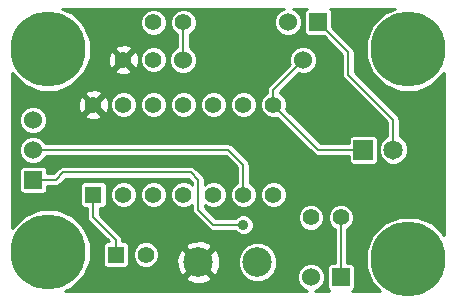
<source format=gtl>
G04 (created by PCBNEW-RS274X (2011-05-25)-stable) date Thu 09 Aug 2012 06:56:50 PM EDT*
G01*
G70*
G90*
%MOIN*%
G04 Gerber Fmt 3.4, Leading zero omitted, Abs format*
%FSLAX34Y34*%
G04 APERTURE LIST*
%ADD10C,0.006000*%
%ADD11C,0.060000*%
%ADD12R,0.060000X0.060000*%
%ADD13R,0.055000X0.055000*%
%ADD14C,0.055000*%
%ADD15C,0.250000*%
%ADD16C,0.098400*%
%ADD17R,0.065000X0.065000*%
%ADD18C,0.065000*%
%ADD19C,0.035000*%
%ADD20C,0.008000*%
%ADD21C,0.010000*%
G04 APERTURE END LIST*
G54D10*
G54D11*
X51000Y-25000D03*
X47000Y-25000D03*
G54D12*
X52250Y-32250D03*
G54D11*
X51250Y-32250D03*
G54D12*
X51500Y-23750D03*
G54D11*
X50500Y-23750D03*
G54D13*
X44000Y-29500D03*
G54D14*
X45000Y-29500D03*
X46000Y-29500D03*
X47000Y-29500D03*
X48000Y-29500D03*
X49000Y-29500D03*
X50000Y-29500D03*
X50000Y-26500D03*
X49000Y-26500D03*
X48000Y-26500D03*
X47000Y-26500D03*
X46000Y-26500D03*
X45000Y-26500D03*
X44000Y-26500D03*
X51250Y-30250D03*
X52250Y-30250D03*
X47000Y-23750D03*
X46000Y-23750D03*
X45000Y-25000D03*
X46000Y-25000D03*
G54D13*
X44750Y-31500D03*
G54D14*
X45750Y-31500D03*
G54D12*
X42000Y-29000D03*
G54D11*
X42000Y-28000D03*
X42000Y-27000D03*
G54D15*
X42500Y-24650D03*
X54500Y-24650D03*
X42500Y-31400D03*
X54500Y-31650D03*
G54D16*
X47500Y-31750D03*
X49469Y-31750D03*
G54D17*
X53000Y-28000D03*
G54D18*
X54000Y-28000D03*
G54D19*
X49000Y-30500D03*
G54D20*
X42000Y-28000D02*
X48500Y-28000D01*
X49000Y-28500D02*
X49000Y-29500D01*
X48500Y-28000D02*
X49000Y-28500D01*
X44000Y-29500D02*
X44000Y-30250D01*
X44750Y-31000D02*
X44750Y-31500D01*
X44000Y-30250D02*
X44750Y-31000D01*
X52250Y-32250D02*
X52250Y-30250D01*
X52250Y-31000D02*
X52250Y-32250D01*
X54000Y-28000D02*
X54000Y-27000D01*
X52500Y-24750D02*
X51500Y-23750D01*
X52500Y-25500D02*
X52500Y-24750D01*
X54000Y-27000D02*
X52500Y-25500D01*
X53000Y-28000D02*
X51500Y-28000D01*
X51500Y-28000D02*
X50000Y-26500D01*
X50000Y-26500D02*
X50000Y-26000D01*
X50000Y-26000D02*
X51000Y-25000D01*
X52500Y-28000D02*
X51500Y-28000D01*
X51500Y-28000D02*
X50000Y-26500D01*
X47000Y-23750D02*
X47000Y-25000D01*
X42000Y-29000D02*
X42750Y-29000D01*
X48000Y-30500D02*
X49000Y-30500D01*
X47500Y-30000D02*
X48000Y-30500D01*
X47500Y-29000D02*
X47500Y-30000D01*
X47250Y-28750D02*
X47500Y-29000D01*
X43000Y-28750D02*
X47250Y-28750D01*
X42750Y-29000D02*
X43000Y-28750D01*
G54D10*
G36*
X55700Y-30843D02*
X55305Y-30448D01*
X54783Y-30231D01*
X54219Y-30231D01*
X53697Y-30447D01*
X53495Y-30648D01*
X53495Y-28359D01*
X53495Y-28291D01*
X53495Y-27641D01*
X53469Y-27579D01*
X53421Y-27531D01*
X53359Y-27505D01*
X53291Y-27505D01*
X52641Y-27505D01*
X52579Y-27531D01*
X52531Y-27579D01*
X52505Y-27641D01*
X52505Y-27709D01*
X52505Y-27790D01*
X52500Y-27790D01*
X51586Y-27790D01*
X50426Y-26630D01*
X50444Y-26589D01*
X50444Y-26412D01*
X50377Y-26249D01*
X50252Y-26124D01*
X50210Y-26106D01*
X50210Y-26086D01*
X50850Y-25446D01*
X50906Y-25470D01*
X51093Y-25470D01*
X51266Y-25399D01*
X51398Y-25267D01*
X51470Y-25094D01*
X51470Y-24907D01*
X51399Y-24734D01*
X51267Y-24602D01*
X51094Y-24530D01*
X50907Y-24530D01*
X50734Y-24601D01*
X50602Y-24733D01*
X50530Y-24906D01*
X50530Y-25093D01*
X50553Y-25149D01*
X49852Y-25852D01*
X49806Y-25919D01*
X49803Y-25932D01*
X49790Y-26000D01*
X49790Y-26106D01*
X49749Y-26123D01*
X49624Y-26248D01*
X49556Y-26411D01*
X49556Y-26588D01*
X49623Y-26751D01*
X49748Y-26876D01*
X49911Y-26944D01*
X50088Y-26944D01*
X50130Y-26926D01*
X51351Y-28148D01*
X51352Y-28148D01*
X51419Y-28194D01*
X51420Y-28194D01*
X51432Y-28196D01*
X51500Y-28210D01*
X52500Y-28210D01*
X52505Y-28210D01*
X52505Y-28359D01*
X52531Y-28421D01*
X52579Y-28469D01*
X52641Y-28495D01*
X52709Y-28495D01*
X53359Y-28495D01*
X53421Y-28469D01*
X53469Y-28421D01*
X53495Y-28359D01*
X53495Y-30648D01*
X53298Y-30845D01*
X53081Y-31367D01*
X53081Y-31931D01*
X53297Y-32453D01*
X53543Y-32700D01*
X52631Y-32700D01*
X52646Y-32694D01*
X52694Y-32646D01*
X52720Y-32584D01*
X52720Y-32516D01*
X52720Y-31916D01*
X52694Y-31854D01*
X52646Y-31806D01*
X52584Y-31780D01*
X52516Y-31780D01*
X52460Y-31780D01*
X52460Y-31000D01*
X52460Y-30643D01*
X52501Y-30627D01*
X52626Y-30502D01*
X52694Y-30339D01*
X52694Y-30162D01*
X52627Y-29999D01*
X52502Y-29874D01*
X52339Y-29806D01*
X52162Y-29806D01*
X51999Y-29873D01*
X51874Y-29998D01*
X51806Y-30161D01*
X51806Y-30338D01*
X51873Y-30501D01*
X51998Y-30626D01*
X52040Y-30643D01*
X52040Y-31000D01*
X52040Y-31780D01*
X51916Y-31780D01*
X51854Y-31806D01*
X51806Y-31854D01*
X51780Y-31916D01*
X51780Y-31984D01*
X51780Y-32584D01*
X51806Y-32646D01*
X51854Y-32694D01*
X51868Y-32700D01*
X51391Y-32700D01*
X51516Y-32649D01*
X51648Y-32517D01*
X51720Y-32344D01*
X51720Y-32157D01*
X51694Y-32093D01*
X51694Y-30339D01*
X51694Y-30162D01*
X51627Y-29999D01*
X51502Y-29874D01*
X51339Y-29806D01*
X51162Y-29806D01*
X50999Y-29873D01*
X50874Y-29998D01*
X50806Y-30161D01*
X50806Y-30338D01*
X50873Y-30501D01*
X50998Y-30626D01*
X51161Y-30694D01*
X51338Y-30694D01*
X51501Y-30627D01*
X51626Y-30502D01*
X51694Y-30339D01*
X51694Y-32093D01*
X51649Y-31984D01*
X51517Y-31852D01*
X51344Y-31780D01*
X51157Y-31780D01*
X50984Y-31851D01*
X50852Y-31983D01*
X50780Y-32156D01*
X50780Y-32343D01*
X50851Y-32516D01*
X50983Y-32648D01*
X51107Y-32700D01*
X50444Y-32700D01*
X50444Y-29589D01*
X50444Y-29412D01*
X50377Y-29249D01*
X50252Y-29124D01*
X50089Y-29056D01*
X49912Y-29056D01*
X49749Y-29123D01*
X49624Y-29248D01*
X49556Y-29411D01*
X49556Y-29588D01*
X49623Y-29751D01*
X49748Y-29876D01*
X49911Y-29944D01*
X50088Y-29944D01*
X50251Y-29877D01*
X50376Y-29752D01*
X50444Y-29589D01*
X50444Y-32700D01*
X50130Y-32700D01*
X50130Y-31882D01*
X50130Y-31619D01*
X50030Y-31376D01*
X49844Y-31190D01*
X49601Y-31089D01*
X49444Y-31089D01*
X49444Y-29589D01*
X49444Y-29412D01*
X49444Y-26589D01*
X49444Y-26412D01*
X49377Y-26249D01*
X49252Y-26124D01*
X49089Y-26056D01*
X48912Y-26056D01*
X48749Y-26123D01*
X48624Y-26248D01*
X48556Y-26411D01*
X48556Y-26588D01*
X48623Y-26751D01*
X48748Y-26876D01*
X48911Y-26944D01*
X49088Y-26944D01*
X49251Y-26877D01*
X49376Y-26752D01*
X49444Y-26589D01*
X49444Y-29412D01*
X49377Y-29249D01*
X49252Y-29124D01*
X49210Y-29106D01*
X49210Y-28500D01*
X49196Y-28432D01*
X49194Y-28420D01*
X49194Y-28419D01*
X49148Y-28352D01*
X49148Y-28351D01*
X48648Y-27852D01*
X48581Y-27806D01*
X48567Y-27803D01*
X48500Y-27790D01*
X48444Y-27790D01*
X48444Y-26589D01*
X48444Y-26412D01*
X48377Y-26249D01*
X48252Y-26124D01*
X48089Y-26056D01*
X47912Y-26056D01*
X47749Y-26123D01*
X47624Y-26248D01*
X47556Y-26411D01*
X47556Y-26588D01*
X47623Y-26751D01*
X47748Y-26876D01*
X47911Y-26944D01*
X48088Y-26944D01*
X48251Y-26877D01*
X48376Y-26752D01*
X48444Y-26589D01*
X48444Y-27790D01*
X47470Y-27790D01*
X47470Y-25094D01*
X47470Y-24907D01*
X47399Y-24734D01*
X47267Y-24602D01*
X47210Y-24578D01*
X47210Y-24143D01*
X47251Y-24127D01*
X47376Y-24002D01*
X47444Y-23839D01*
X47444Y-23662D01*
X47377Y-23499D01*
X47252Y-23374D01*
X47089Y-23306D01*
X46912Y-23306D01*
X46749Y-23373D01*
X46624Y-23498D01*
X46556Y-23661D01*
X46556Y-23838D01*
X46623Y-24001D01*
X46748Y-24126D01*
X46790Y-24143D01*
X46790Y-24578D01*
X46734Y-24601D01*
X46602Y-24733D01*
X46530Y-24906D01*
X46530Y-25093D01*
X46601Y-25266D01*
X46733Y-25398D01*
X46906Y-25470D01*
X47093Y-25470D01*
X47266Y-25399D01*
X47398Y-25267D01*
X47470Y-25094D01*
X47470Y-27790D01*
X47444Y-27790D01*
X47444Y-26589D01*
X47444Y-26412D01*
X47377Y-26249D01*
X47252Y-26124D01*
X47089Y-26056D01*
X46912Y-26056D01*
X46749Y-26123D01*
X46624Y-26248D01*
X46556Y-26411D01*
X46556Y-26588D01*
X46623Y-26751D01*
X46748Y-26876D01*
X46911Y-26944D01*
X47088Y-26944D01*
X47251Y-26877D01*
X47376Y-26752D01*
X47444Y-26589D01*
X47444Y-27790D01*
X46444Y-27790D01*
X46444Y-26589D01*
X46444Y-26412D01*
X46444Y-25089D01*
X46444Y-24912D01*
X46444Y-23839D01*
X46444Y-23662D01*
X46377Y-23499D01*
X46252Y-23374D01*
X46089Y-23306D01*
X45912Y-23306D01*
X45749Y-23373D01*
X45624Y-23498D01*
X45556Y-23661D01*
X45556Y-23838D01*
X45623Y-24001D01*
X45748Y-24126D01*
X45911Y-24194D01*
X46088Y-24194D01*
X46251Y-24127D01*
X46376Y-24002D01*
X46444Y-23839D01*
X46444Y-24912D01*
X46377Y-24749D01*
X46252Y-24624D01*
X46089Y-24556D01*
X45912Y-24556D01*
X45749Y-24623D01*
X45624Y-24748D01*
X45556Y-24911D01*
X45556Y-25088D01*
X45623Y-25251D01*
X45748Y-25376D01*
X45911Y-25444D01*
X46088Y-25444D01*
X46251Y-25377D01*
X46376Y-25252D01*
X46444Y-25089D01*
X46444Y-26412D01*
X46377Y-26249D01*
X46252Y-26124D01*
X46089Y-26056D01*
X45912Y-26056D01*
X45749Y-26123D01*
X45624Y-26248D01*
X45556Y-26411D01*
X45556Y-26588D01*
X45623Y-26751D01*
X45748Y-26876D01*
X45911Y-26944D01*
X46088Y-26944D01*
X46251Y-26877D01*
X46376Y-26752D01*
X46444Y-26589D01*
X46444Y-27790D01*
X45519Y-27790D01*
X45519Y-25074D01*
X45508Y-24870D01*
X45452Y-24733D01*
X45361Y-24710D01*
X45290Y-24781D01*
X45290Y-24639D01*
X45267Y-24548D01*
X45074Y-24481D01*
X44870Y-24492D01*
X44733Y-24548D01*
X44710Y-24639D01*
X45000Y-24929D01*
X45290Y-24639D01*
X45290Y-24781D01*
X45071Y-25000D01*
X45361Y-25290D01*
X45452Y-25267D01*
X45519Y-25074D01*
X45519Y-27790D01*
X45444Y-27790D01*
X45444Y-26589D01*
X45444Y-26412D01*
X45377Y-26249D01*
X45290Y-26162D01*
X45290Y-25361D01*
X45000Y-25071D01*
X44929Y-25142D01*
X44929Y-25000D01*
X44639Y-24710D01*
X44548Y-24733D01*
X44481Y-24926D01*
X44492Y-25130D01*
X44548Y-25267D01*
X44639Y-25290D01*
X44929Y-25000D01*
X44929Y-25142D01*
X44710Y-25361D01*
X44733Y-25452D01*
X44926Y-25519D01*
X45130Y-25508D01*
X45267Y-25452D01*
X45290Y-25361D01*
X45290Y-26162D01*
X45252Y-26124D01*
X45089Y-26056D01*
X44912Y-26056D01*
X44749Y-26123D01*
X44624Y-26248D01*
X44556Y-26411D01*
X44556Y-26588D01*
X44623Y-26751D01*
X44748Y-26876D01*
X44911Y-26944D01*
X45088Y-26944D01*
X45251Y-26877D01*
X45376Y-26752D01*
X45444Y-26589D01*
X45444Y-27790D01*
X44519Y-27790D01*
X44519Y-26574D01*
X44508Y-26370D01*
X44452Y-26233D01*
X44361Y-26210D01*
X44290Y-26281D01*
X44290Y-26139D01*
X44267Y-26048D01*
X44074Y-25981D01*
X43870Y-25992D01*
X43733Y-26048D01*
X43710Y-26139D01*
X44000Y-26429D01*
X44290Y-26139D01*
X44290Y-26281D01*
X44071Y-26500D01*
X44361Y-26790D01*
X44452Y-26767D01*
X44519Y-26574D01*
X44519Y-27790D01*
X44290Y-27790D01*
X44290Y-26861D01*
X44000Y-26571D01*
X43929Y-26642D01*
X43929Y-26500D01*
X43639Y-26210D01*
X43548Y-26233D01*
X43481Y-26426D01*
X43492Y-26630D01*
X43548Y-26767D01*
X43639Y-26790D01*
X43929Y-26500D01*
X43929Y-26642D01*
X43710Y-26861D01*
X43733Y-26952D01*
X43926Y-27019D01*
X44130Y-27008D01*
X44267Y-26952D01*
X44290Y-26861D01*
X44290Y-27790D01*
X42470Y-27790D01*
X42470Y-27094D01*
X42470Y-26907D01*
X42399Y-26734D01*
X42267Y-26602D01*
X42094Y-26530D01*
X41907Y-26530D01*
X41734Y-26601D01*
X41602Y-26733D01*
X41530Y-26906D01*
X41530Y-27093D01*
X41601Y-27266D01*
X41733Y-27398D01*
X41906Y-27470D01*
X42093Y-27470D01*
X42266Y-27399D01*
X42398Y-27267D01*
X42470Y-27094D01*
X42470Y-27790D01*
X42421Y-27790D01*
X42399Y-27734D01*
X42267Y-27602D01*
X42094Y-27530D01*
X41907Y-27530D01*
X41734Y-27601D01*
X41602Y-27733D01*
X41530Y-27906D01*
X41530Y-28093D01*
X41601Y-28266D01*
X41733Y-28398D01*
X41906Y-28470D01*
X42093Y-28470D01*
X42266Y-28399D01*
X42398Y-28267D01*
X42421Y-28210D01*
X48413Y-28210D01*
X48790Y-28586D01*
X48790Y-29106D01*
X48749Y-29123D01*
X48624Y-29248D01*
X48556Y-29411D01*
X48556Y-29588D01*
X48623Y-29751D01*
X48748Y-29876D01*
X48911Y-29944D01*
X49088Y-29944D01*
X49251Y-29877D01*
X49376Y-29752D01*
X49444Y-29589D01*
X49444Y-31089D01*
X49344Y-31089D01*
X49344Y-30569D01*
X49344Y-30432D01*
X49292Y-30306D01*
X49195Y-30209D01*
X49069Y-30156D01*
X48932Y-30156D01*
X48806Y-30208D01*
X48724Y-30290D01*
X48086Y-30290D01*
X47710Y-29913D01*
X47710Y-29838D01*
X47748Y-29876D01*
X47911Y-29944D01*
X48088Y-29944D01*
X48251Y-29877D01*
X48376Y-29752D01*
X48444Y-29589D01*
X48444Y-29412D01*
X48377Y-29249D01*
X48252Y-29124D01*
X48089Y-29056D01*
X47912Y-29056D01*
X47749Y-29123D01*
X47710Y-29162D01*
X47710Y-29000D01*
X47694Y-28920D01*
X47693Y-28919D01*
X47678Y-28897D01*
X47648Y-28852D01*
X47648Y-28851D01*
X47398Y-28602D01*
X47331Y-28556D01*
X47317Y-28553D01*
X47250Y-28540D01*
X43000Y-28540D01*
X42920Y-28556D01*
X42897Y-28571D01*
X42851Y-28602D01*
X42663Y-28790D01*
X42470Y-28790D01*
X42470Y-28666D01*
X42444Y-28604D01*
X42396Y-28556D01*
X42334Y-28530D01*
X42266Y-28530D01*
X41666Y-28530D01*
X41604Y-28556D01*
X41556Y-28604D01*
X41530Y-28666D01*
X41530Y-28734D01*
X41530Y-29334D01*
X41556Y-29396D01*
X41604Y-29444D01*
X41666Y-29470D01*
X41734Y-29470D01*
X42334Y-29470D01*
X42396Y-29444D01*
X42444Y-29396D01*
X42470Y-29334D01*
X42470Y-29266D01*
X42470Y-29210D01*
X42750Y-29210D01*
X42750Y-29209D01*
X42817Y-29196D01*
X42830Y-29194D01*
X42831Y-29194D01*
X42898Y-29148D01*
X43086Y-28960D01*
X47163Y-28960D01*
X47290Y-29086D01*
X47290Y-29162D01*
X47252Y-29124D01*
X47089Y-29056D01*
X46912Y-29056D01*
X46749Y-29123D01*
X46624Y-29248D01*
X46556Y-29411D01*
X46556Y-29588D01*
X46623Y-29751D01*
X46748Y-29876D01*
X46911Y-29944D01*
X47088Y-29944D01*
X47251Y-29877D01*
X47290Y-29838D01*
X47290Y-30000D01*
X47303Y-30067D01*
X47306Y-30081D01*
X47352Y-30148D01*
X47851Y-30648D01*
X47852Y-30648D01*
X47919Y-30694D01*
X47920Y-30694D01*
X47932Y-30696D01*
X48000Y-30710D01*
X48724Y-30710D01*
X48805Y-30791D01*
X48931Y-30844D01*
X49068Y-30844D01*
X49194Y-30792D01*
X49291Y-30695D01*
X49344Y-30569D01*
X49344Y-31089D01*
X49338Y-31089D01*
X49095Y-31189D01*
X48909Y-31375D01*
X48808Y-31618D01*
X48808Y-31881D01*
X48908Y-32124D01*
X49094Y-32310D01*
X49337Y-32411D01*
X49600Y-32411D01*
X49843Y-32311D01*
X50029Y-32125D01*
X50130Y-31882D01*
X50130Y-32700D01*
X48231Y-32700D01*
X48231Y-31874D01*
X48223Y-31585D01*
X48128Y-31355D01*
X48015Y-31306D01*
X47944Y-31377D01*
X47944Y-31235D01*
X47895Y-31122D01*
X47624Y-31019D01*
X47335Y-31027D01*
X47105Y-31122D01*
X47056Y-31235D01*
X47500Y-31679D01*
X47944Y-31235D01*
X47944Y-31377D01*
X47571Y-31750D01*
X48015Y-32194D01*
X48128Y-32145D01*
X48231Y-31874D01*
X48231Y-32700D01*
X47944Y-32700D01*
X47944Y-32265D01*
X47500Y-31821D01*
X47429Y-31892D01*
X47429Y-31750D01*
X46985Y-31306D01*
X46872Y-31355D01*
X46769Y-31626D01*
X46777Y-31915D01*
X46872Y-32145D01*
X46985Y-32194D01*
X47429Y-31750D01*
X47429Y-31892D01*
X47056Y-32265D01*
X47105Y-32378D01*
X47376Y-32481D01*
X47665Y-32473D01*
X47895Y-32378D01*
X47944Y-32265D01*
X47944Y-32700D01*
X46444Y-32700D01*
X46444Y-29589D01*
X46444Y-29412D01*
X46377Y-29249D01*
X46252Y-29124D01*
X46089Y-29056D01*
X45912Y-29056D01*
X45749Y-29123D01*
X45624Y-29248D01*
X45556Y-29411D01*
X45556Y-29588D01*
X45623Y-29751D01*
X45748Y-29876D01*
X45911Y-29944D01*
X46088Y-29944D01*
X46251Y-29877D01*
X46376Y-29752D01*
X46444Y-29589D01*
X46444Y-32700D01*
X46194Y-32700D01*
X46194Y-31589D01*
X46194Y-31412D01*
X46127Y-31249D01*
X46002Y-31124D01*
X45839Y-31056D01*
X45662Y-31056D01*
X45499Y-31123D01*
X45444Y-31178D01*
X45444Y-29589D01*
X45444Y-29412D01*
X45377Y-29249D01*
X45252Y-29124D01*
X45089Y-29056D01*
X44912Y-29056D01*
X44749Y-29123D01*
X44624Y-29248D01*
X44556Y-29411D01*
X44556Y-29588D01*
X44623Y-29751D01*
X44748Y-29876D01*
X44911Y-29944D01*
X45088Y-29944D01*
X45251Y-29877D01*
X45376Y-29752D01*
X45444Y-29589D01*
X45444Y-31178D01*
X45374Y-31248D01*
X45306Y-31411D01*
X45306Y-31588D01*
X45373Y-31751D01*
X45498Y-31876D01*
X45661Y-31944D01*
X45838Y-31944D01*
X46001Y-31877D01*
X46126Y-31752D01*
X46194Y-31589D01*
X46194Y-32700D01*
X45195Y-32700D01*
X45195Y-31809D01*
X45195Y-31741D01*
X45195Y-31191D01*
X45169Y-31129D01*
X45121Y-31081D01*
X45059Y-31055D01*
X44991Y-31055D01*
X44960Y-31055D01*
X44960Y-31000D01*
X44944Y-30920D01*
X44943Y-30919D01*
X44928Y-30897D01*
X44898Y-30852D01*
X44898Y-30851D01*
X44210Y-30163D01*
X44210Y-29945D01*
X44309Y-29945D01*
X44371Y-29919D01*
X44419Y-29871D01*
X44445Y-29809D01*
X44445Y-29741D01*
X44445Y-29191D01*
X44419Y-29129D01*
X44371Y-29081D01*
X44309Y-29055D01*
X44241Y-29055D01*
X43691Y-29055D01*
X43629Y-29081D01*
X43581Y-29129D01*
X43555Y-29191D01*
X43555Y-29259D01*
X43555Y-29809D01*
X43581Y-29871D01*
X43629Y-29919D01*
X43691Y-29945D01*
X43759Y-29945D01*
X43790Y-29945D01*
X43790Y-30250D01*
X43803Y-30317D01*
X43806Y-30331D01*
X43852Y-30398D01*
X44508Y-31055D01*
X44441Y-31055D01*
X44379Y-31081D01*
X44331Y-31129D01*
X44305Y-31191D01*
X44305Y-31259D01*
X44305Y-31809D01*
X44331Y-31871D01*
X44379Y-31919D01*
X44441Y-31945D01*
X44509Y-31945D01*
X45059Y-31945D01*
X45121Y-31919D01*
X45169Y-31871D01*
X45195Y-31809D01*
X45195Y-32700D01*
X43068Y-32700D01*
X43303Y-32603D01*
X43702Y-32205D01*
X43919Y-31683D01*
X43919Y-31119D01*
X43703Y-30597D01*
X43305Y-30198D01*
X42783Y-29981D01*
X42219Y-29981D01*
X41697Y-30197D01*
X41300Y-30593D01*
X41300Y-25456D01*
X41695Y-25852D01*
X42217Y-26069D01*
X42781Y-26069D01*
X43303Y-25853D01*
X43702Y-25455D01*
X43919Y-24933D01*
X43919Y-24369D01*
X43703Y-23847D01*
X43305Y-23448D01*
X42948Y-23300D01*
X50358Y-23300D01*
X50234Y-23351D01*
X50102Y-23483D01*
X50030Y-23656D01*
X50030Y-23843D01*
X50101Y-24016D01*
X50233Y-24148D01*
X50406Y-24220D01*
X50593Y-24220D01*
X50766Y-24149D01*
X50898Y-24017D01*
X50970Y-23844D01*
X50970Y-23657D01*
X50899Y-23484D01*
X50767Y-23352D01*
X50642Y-23300D01*
X51118Y-23300D01*
X51104Y-23306D01*
X51056Y-23354D01*
X51030Y-23416D01*
X51030Y-23484D01*
X51030Y-24084D01*
X51056Y-24146D01*
X51104Y-24194D01*
X51166Y-24220D01*
X51234Y-24220D01*
X51673Y-24220D01*
X52290Y-24836D01*
X52290Y-25500D01*
X52303Y-25567D01*
X52306Y-25581D01*
X52352Y-25648D01*
X53790Y-27086D01*
X53790Y-27552D01*
X53720Y-27581D01*
X53581Y-27720D01*
X53506Y-27901D01*
X53506Y-28098D01*
X53581Y-28280D01*
X53720Y-28419D01*
X53901Y-28494D01*
X54098Y-28494D01*
X54280Y-28419D01*
X54419Y-28280D01*
X54494Y-28099D01*
X54494Y-27902D01*
X54419Y-27720D01*
X54280Y-27581D01*
X54210Y-27551D01*
X54210Y-27000D01*
X54196Y-26932D01*
X54194Y-26920D01*
X54194Y-26919D01*
X54148Y-26852D01*
X54148Y-26851D01*
X52710Y-25413D01*
X52710Y-24750D01*
X52696Y-24682D01*
X52694Y-24670D01*
X52694Y-24669D01*
X52648Y-24602D01*
X52648Y-24601D01*
X51970Y-23923D01*
X51970Y-23416D01*
X51944Y-23354D01*
X51896Y-23306D01*
X51881Y-23300D01*
X54052Y-23300D01*
X53697Y-23447D01*
X53298Y-23845D01*
X53081Y-24367D01*
X53081Y-24931D01*
X53297Y-25453D01*
X53695Y-25852D01*
X54217Y-26069D01*
X54781Y-26069D01*
X55303Y-25853D01*
X55700Y-25456D01*
X55700Y-30843D01*
X55700Y-30843D01*
G37*
G54D21*
X55700Y-30843D02*
X55305Y-30448D01*
X54783Y-30231D01*
X54219Y-30231D01*
X53697Y-30447D01*
X53495Y-30648D01*
X53495Y-28359D01*
X53495Y-28291D01*
X53495Y-27641D01*
X53469Y-27579D01*
X53421Y-27531D01*
X53359Y-27505D01*
X53291Y-27505D01*
X52641Y-27505D01*
X52579Y-27531D01*
X52531Y-27579D01*
X52505Y-27641D01*
X52505Y-27709D01*
X52505Y-27790D01*
X52500Y-27790D01*
X51586Y-27790D01*
X50426Y-26630D01*
X50444Y-26589D01*
X50444Y-26412D01*
X50377Y-26249D01*
X50252Y-26124D01*
X50210Y-26106D01*
X50210Y-26086D01*
X50850Y-25446D01*
X50906Y-25470D01*
X51093Y-25470D01*
X51266Y-25399D01*
X51398Y-25267D01*
X51470Y-25094D01*
X51470Y-24907D01*
X51399Y-24734D01*
X51267Y-24602D01*
X51094Y-24530D01*
X50907Y-24530D01*
X50734Y-24601D01*
X50602Y-24733D01*
X50530Y-24906D01*
X50530Y-25093D01*
X50553Y-25149D01*
X49852Y-25852D01*
X49806Y-25919D01*
X49803Y-25932D01*
X49790Y-26000D01*
X49790Y-26106D01*
X49749Y-26123D01*
X49624Y-26248D01*
X49556Y-26411D01*
X49556Y-26588D01*
X49623Y-26751D01*
X49748Y-26876D01*
X49911Y-26944D01*
X50088Y-26944D01*
X50130Y-26926D01*
X51351Y-28148D01*
X51352Y-28148D01*
X51419Y-28194D01*
X51420Y-28194D01*
X51432Y-28196D01*
X51500Y-28210D01*
X52500Y-28210D01*
X52505Y-28210D01*
X52505Y-28359D01*
X52531Y-28421D01*
X52579Y-28469D01*
X52641Y-28495D01*
X52709Y-28495D01*
X53359Y-28495D01*
X53421Y-28469D01*
X53469Y-28421D01*
X53495Y-28359D01*
X53495Y-30648D01*
X53298Y-30845D01*
X53081Y-31367D01*
X53081Y-31931D01*
X53297Y-32453D01*
X53543Y-32700D01*
X52631Y-32700D01*
X52646Y-32694D01*
X52694Y-32646D01*
X52720Y-32584D01*
X52720Y-32516D01*
X52720Y-31916D01*
X52694Y-31854D01*
X52646Y-31806D01*
X52584Y-31780D01*
X52516Y-31780D01*
X52460Y-31780D01*
X52460Y-31000D01*
X52460Y-30643D01*
X52501Y-30627D01*
X52626Y-30502D01*
X52694Y-30339D01*
X52694Y-30162D01*
X52627Y-29999D01*
X52502Y-29874D01*
X52339Y-29806D01*
X52162Y-29806D01*
X51999Y-29873D01*
X51874Y-29998D01*
X51806Y-30161D01*
X51806Y-30338D01*
X51873Y-30501D01*
X51998Y-30626D01*
X52040Y-30643D01*
X52040Y-31000D01*
X52040Y-31780D01*
X51916Y-31780D01*
X51854Y-31806D01*
X51806Y-31854D01*
X51780Y-31916D01*
X51780Y-31984D01*
X51780Y-32584D01*
X51806Y-32646D01*
X51854Y-32694D01*
X51868Y-32700D01*
X51391Y-32700D01*
X51516Y-32649D01*
X51648Y-32517D01*
X51720Y-32344D01*
X51720Y-32157D01*
X51694Y-32093D01*
X51694Y-30339D01*
X51694Y-30162D01*
X51627Y-29999D01*
X51502Y-29874D01*
X51339Y-29806D01*
X51162Y-29806D01*
X50999Y-29873D01*
X50874Y-29998D01*
X50806Y-30161D01*
X50806Y-30338D01*
X50873Y-30501D01*
X50998Y-30626D01*
X51161Y-30694D01*
X51338Y-30694D01*
X51501Y-30627D01*
X51626Y-30502D01*
X51694Y-30339D01*
X51694Y-32093D01*
X51649Y-31984D01*
X51517Y-31852D01*
X51344Y-31780D01*
X51157Y-31780D01*
X50984Y-31851D01*
X50852Y-31983D01*
X50780Y-32156D01*
X50780Y-32343D01*
X50851Y-32516D01*
X50983Y-32648D01*
X51107Y-32700D01*
X50444Y-32700D01*
X50444Y-29589D01*
X50444Y-29412D01*
X50377Y-29249D01*
X50252Y-29124D01*
X50089Y-29056D01*
X49912Y-29056D01*
X49749Y-29123D01*
X49624Y-29248D01*
X49556Y-29411D01*
X49556Y-29588D01*
X49623Y-29751D01*
X49748Y-29876D01*
X49911Y-29944D01*
X50088Y-29944D01*
X50251Y-29877D01*
X50376Y-29752D01*
X50444Y-29589D01*
X50444Y-32700D01*
X50130Y-32700D01*
X50130Y-31882D01*
X50130Y-31619D01*
X50030Y-31376D01*
X49844Y-31190D01*
X49601Y-31089D01*
X49444Y-31089D01*
X49444Y-29589D01*
X49444Y-29412D01*
X49444Y-26589D01*
X49444Y-26412D01*
X49377Y-26249D01*
X49252Y-26124D01*
X49089Y-26056D01*
X48912Y-26056D01*
X48749Y-26123D01*
X48624Y-26248D01*
X48556Y-26411D01*
X48556Y-26588D01*
X48623Y-26751D01*
X48748Y-26876D01*
X48911Y-26944D01*
X49088Y-26944D01*
X49251Y-26877D01*
X49376Y-26752D01*
X49444Y-26589D01*
X49444Y-29412D01*
X49377Y-29249D01*
X49252Y-29124D01*
X49210Y-29106D01*
X49210Y-28500D01*
X49196Y-28432D01*
X49194Y-28420D01*
X49194Y-28419D01*
X49148Y-28352D01*
X49148Y-28351D01*
X48648Y-27852D01*
X48581Y-27806D01*
X48567Y-27803D01*
X48500Y-27790D01*
X48444Y-27790D01*
X48444Y-26589D01*
X48444Y-26412D01*
X48377Y-26249D01*
X48252Y-26124D01*
X48089Y-26056D01*
X47912Y-26056D01*
X47749Y-26123D01*
X47624Y-26248D01*
X47556Y-26411D01*
X47556Y-26588D01*
X47623Y-26751D01*
X47748Y-26876D01*
X47911Y-26944D01*
X48088Y-26944D01*
X48251Y-26877D01*
X48376Y-26752D01*
X48444Y-26589D01*
X48444Y-27790D01*
X47470Y-27790D01*
X47470Y-25094D01*
X47470Y-24907D01*
X47399Y-24734D01*
X47267Y-24602D01*
X47210Y-24578D01*
X47210Y-24143D01*
X47251Y-24127D01*
X47376Y-24002D01*
X47444Y-23839D01*
X47444Y-23662D01*
X47377Y-23499D01*
X47252Y-23374D01*
X47089Y-23306D01*
X46912Y-23306D01*
X46749Y-23373D01*
X46624Y-23498D01*
X46556Y-23661D01*
X46556Y-23838D01*
X46623Y-24001D01*
X46748Y-24126D01*
X46790Y-24143D01*
X46790Y-24578D01*
X46734Y-24601D01*
X46602Y-24733D01*
X46530Y-24906D01*
X46530Y-25093D01*
X46601Y-25266D01*
X46733Y-25398D01*
X46906Y-25470D01*
X47093Y-25470D01*
X47266Y-25399D01*
X47398Y-25267D01*
X47470Y-25094D01*
X47470Y-27790D01*
X47444Y-27790D01*
X47444Y-26589D01*
X47444Y-26412D01*
X47377Y-26249D01*
X47252Y-26124D01*
X47089Y-26056D01*
X46912Y-26056D01*
X46749Y-26123D01*
X46624Y-26248D01*
X46556Y-26411D01*
X46556Y-26588D01*
X46623Y-26751D01*
X46748Y-26876D01*
X46911Y-26944D01*
X47088Y-26944D01*
X47251Y-26877D01*
X47376Y-26752D01*
X47444Y-26589D01*
X47444Y-27790D01*
X46444Y-27790D01*
X46444Y-26589D01*
X46444Y-26412D01*
X46444Y-25089D01*
X46444Y-24912D01*
X46444Y-23839D01*
X46444Y-23662D01*
X46377Y-23499D01*
X46252Y-23374D01*
X46089Y-23306D01*
X45912Y-23306D01*
X45749Y-23373D01*
X45624Y-23498D01*
X45556Y-23661D01*
X45556Y-23838D01*
X45623Y-24001D01*
X45748Y-24126D01*
X45911Y-24194D01*
X46088Y-24194D01*
X46251Y-24127D01*
X46376Y-24002D01*
X46444Y-23839D01*
X46444Y-24912D01*
X46377Y-24749D01*
X46252Y-24624D01*
X46089Y-24556D01*
X45912Y-24556D01*
X45749Y-24623D01*
X45624Y-24748D01*
X45556Y-24911D01*
X45556Y-25088D01*
X45623Y-25251D01*
X45748Y-25376D01*
X45911Y-25444D01*
X46088Y-25444D01*
X46251Y-25377D01*
X46376Y-25252D01*
X46444Y-25089D01*
X46444Y-26412D01*
X46377Y-26249D01*
X46252Y-26124D01*
X46089Y-26056D01*
X45912Y-26056D01*
X45749Y-26123D01*
X45624Y-26248D01*
X45556Y-26411D01*
X45556Y-26588D01*
X45623Y-26751D01*
X45748Y-26876D01*
X45911Y-26944D01*
X46088Y-26944D01*
X46251Y-26877D01*
X46376Y-26752D01*
X46444Y-26589D01*
X46444Y-27790D01*
X45519Y-27790D01*
X45519Y-25074D01*
X45508Y-24870D01*
X45452Y-24733D01*
X45361Y-24710D01*
X45290Y-24781D01*
X45290Y-24639D01*
X45267Y-24548D01*
X45074Y-24481D01*
X44870Y-24492D01*
X44733Y-24548D01*
X44710Y-24639D01*
X45000Y-24929D01*
X45290Y-24639D01*
X45290Y-24781D01*
X45071Y-25000D01*
X45361Y-25290D01*
X45452Y-25267D01*
X45519Y-25074D01*
X45519Y-27790D01*
X45444Y-27790D01*
X45444Y-26589D01*
X45444Y-26412D01*
X45377Y-26249D01*
X45290Y-26162D01*
X45290Y-25361D01*
X45000Y-25071D01*
X44929Y-25142D01*
X44929Y-25000D01*
X44639Y-24710D01*
X44548Y-24733D01*
X44481Y-24926D01*
X44492Y-25130D01*
X44548Y-25267D01*
X44639Y-25290D01*
X44929Y-25000D01*
X44929Y-25142D01*
X44710Y-25361D01*
X44733Y-25452D01*
X44926Y-25519D01*
X45130Y-25508D01*
X45267Y-25452D01*
X45290Y-25361D01*
X45290Y-26162D01*
X45252Y-26124D01*
X45089Y-26056D01*
X44912Y-26056D01*
X44749Y-26123D01*
X44624Y-26248D01*
X44556Y-26411D01*
X44556Y-26588D01*
X44623Y-26751D01*
X44748Y-26876D01*
X44911Y-26944D01*
X45088Y-26944D01*
X45251Y-26877D01*
X45376Y-26752D01*
X45444Y-26589D01*
X45444Y-27790D01*
X44519Y-27790D01*
X44519Y-26574D01*
X44508Y-26370D01*
X44452Y-26233D01*
X44361Y-26210D01*
X44290Y-26281D01*
X44290Y-26139D01*
X44267Y-26048D01*
X44074Y-25981D01*
X43870Y-25992D01*
X43733Y-26048D01*
X43710Y-26139D01*
X44000Y-26429D01*
X44290Y-26139D01*
X44290Y-26281D01*
X44071Y-26500D01*
X44361Y-26790D01*
X44452Y-26767D01*
X44519Y-26574D01*
X44519Y-27790D01*
X44290Y-27790D01*
X44290Y-26861D01*
X44000Y-26571D01*
X43929Y-26642D01*
X43929Y-26500D01*
X43639Y-26210D01*
X43548Y-26233D01*
X43481Y-26426D01*
X43492Y-26630D01*
X43548Y-26767D01*
X43639Y-26790D01*
X43929Y-26500D01*
X43929Y-26642D01*
X43710Y-26861D01*
X43733Y-26952D01*
X43926Y-27019D01*
X44130Y-27008D01*
X44267Y-26952D01*
X44290Y-26861D01*
X44290Y-27790D01*
X42470Y-27790D01*
X42470Y-27094D01*
X42470Y-26907D01*
X42399Y-26734D01*
X42267Y-26602D01*
X42094Y-26530D01*
X41907Y-26530D01*
X41734Y-26601D01*
X41602Y-26733D01*
X41530Y-26906D01*
X41530Y-27093D01*
X41601Y-27266D01*
X41733Y-27398D01*
X41906Y-27470D01*
X42093Y-27470D01*
X42266Y-27399D01*
X42398Y-27267D01*
X42470Y-27094D01*
X42470Y-27790D01*
X42421Y-27790D01*
X42399Y-27734D01*
X42267Y-27602D01*
X42094Y-27530D01*
X41907Y-27530D01*
X41734Y-27601D01*
X41602Y-27733D01*
X41530Y-27906D01*
X41530Y-28093D01*
X41601Y-28266D01*
X41733Y-28398D01*
X41906Y-28470D01*
X42093Y-28470D01*
X42266Y-28399D01*
X42398Y-28267D01*
X42421Y-28210D01*
X48413Y-28210D01*
X48790Y-28586D01*
X48790Y-29106D01*
X48749Y-29123D01*
X48624Y-29248D01*
X48556Y-29411D01*
X48556Y-29588D01*
X48623Y-29751D01*
X48748Y-29876D01*
X48911Y-29944D01*
X49088Y-29944D01*
X49251Y-29877D01*
X49376Y-29752D01*
X49444Y-29589D01*
X49444Y-31089D01*
X49344Y-31089D01*
X49344Y-30569D01*
X49344Y-30432D01*
X49292Y-30306D01*
X49195Y-30209D01*
X49069Y-30156D01*
X48932Y-30156D01*
X48806Y-30208D01*
X48724Y-30290D01*
X48086Y-30290D01*
X47710Y-29913D01*
X47710Y-29838D01*
X47748Y-29876D01*
X47911Y-29944D01*
X48088Y-29944D01*
X48251Y-29877D01*
X48376Y-29752D01*
X48444Y-29589D01*
X48444Y-29412D01*
X48377Y-29249D01*
X48252Y-29124D01*
X48089Y-29056D01*
X47912Y-29056D01*
X47749Y-29123D01*
X47710Y-29162D01*
X47710Y-29000D01*
X47694Y-28920D01*
X47693Y-28919D01*
X47678Y-28897D01*
X47648Y-28852D01*
X47648Y-28851D01*
X47398Y-28602D01*
X47331Y-28556D01*
X47317Y-28553D01*
X47250Y-28540D01*
X43000Y-28540D01*
X42920Y-28556D01*
X42897Y-28571D01*
X42851Y-28602D01*
X42663Y-28790D01*
X42470Y-28790D01*
X42470Y-28666D01*
X42444Y-28604D01*
X42396Y-28556D01*
X42334Y-28530D01*
X42266Y-28530D01*
X41666Y-28530D01*
X41604Y-28556D01*
X41556Y-28604D01*
X41530Y-28666D01*
X41530Y-28734D01*
X41530Y-29334D01*
X41556Y-29396D01*
X41604Y-29444D01*
X41666Y-29470D01*
X41734Y-29470D01*
X42334Y-29470D01*
X42396Y-29444D01*
X42444Y-29396D01*
X42470Y-29334D01*
X42470Y-29266D01*
X42470Y-29210D01*
X42750Y-29210D01*
X42750Y-29209D01*
X42817Y-29196D01*
X42830Y-29194D01*
X42831Y-29194D01*
X42898Y-29148D01*
X43086Y-28960D01*
X47163Y-28960D01*
X47290Y-29086D01*
X47290Y-29162D01*
X47252Y-29124D01*
X47089Y-29056D01*
X46912Y-29056D01*
X46749Y-29123D01*
X46624Y-29248D01*
X46556Y-29411D01*
X46556Y-29588D01*
X46623Y-29751D01*
X46748Y-29876D01*
X46911Y-29944D01*
X47088Y-29944D01*
X47251Y-29877D01*
X47290Y-29838D01*
X47290Y-30000D01*
X47303Y-30067D01*
X47306Y-30081D01*
X47352Y-30148D01*
X47851Y-30648D01*
X47852Y-30648D01*
X47919Y-30694D01*
X47920Y-30694D01*
X47932Y-30696D01*
X48000Y-30710D01*
X48724Y-30710D01*
X48805Y-30791D01*
X48931Y-30844D01*
X49068Y-30844D01*
X49194Y-30792D01*
X49291Y-30695D01*
X49344Y-30569D01*
X49344Y-31089D01*
X49338Y-31089D01*
X49095Y-31189D01*
X48909Y-31375D01*
X48808Y-31618D01*
X48808Y-31881D01*
X48908Y-32124D01*
X49094Y-32310D01*
X49337Y-32411D01*
X49600Y-32411D01*
X49843Y-32311D01*
X50029Y-32125D01*
X50130Y-31882D01*
X50130Y-32700D01*
X48231Y-32700D01*
X48231Y-31874D01*
X48223Y-31585D01*
X48128Y-31355D01*
X48015Y-31306D01*
X47944Y-31377D01*
X47944Y-31235D01*
X47895Y-31122D01*
X47624Y-31019D01*
X47335Y-31027D01*
X47105Y-31122D01*
X47056Y-31235D01*
X47500Y-31679D01*
X47944Y-31235D01*
X47944Y-31377D01*
X47571Y-31750D01*
X48015Y-32194D01*
X48128Y-32145D01*
X48231Y-31874D01*
X48231Y-32700D01*
X47944Y-32700D01*
X47944Y-32265D01*
X47500Y-31821D01*
X47429Y-31892D01*
X47429Y-31750D01*
X46985Y-31306D01*
X46872Y-31355D01*
X46769Y-31626D01*
X46777Y-31915D01*
X46872Y-32145D01*
X46985Y-32194D01*
X47429Y-31750D01*
X47429Y-31892D01*
X47056Y-32265D01*
X47105Y-32378D01*
X47376Y-32481D01*
X47665Y-32473D01*
X47895Y-32378D01*
X47944Y-32265D01*
X47944Y-32700D01*
X46444Y-32700D01*
X46444Y-29589D01*
X46444Y-29412D01*
X46377Y-29249D01*
X46252Y-29124D01*
X46089Y-29056D01*
X45912Y-29056D01*
X45749Y-29123D01*
X45624Y-29248D01*
X45556Y-29411D01*
X45556Y-29588D01*
X45623Y-29751D01*
X45748Y-29876D01*
X45911Y-29944D01*
X46088Y-29944D01*
X46251Y-29877D01*
X46376Y-29752D01*
X46444Y-29589D01*
X46444Y-32700D01*
X46194Y-32700D01*
X46194Y-31589D01*
X46194Y-31412D01*
X46127Y-31249D01*
X46002Y-31124D01*
X45839Y-31056D01*
X45662Y-31056D01*
X45499Y-31123D01*
X45444Y-31178D01*
X45444Y-29589D01*
X45444Y-29412D01*
X45377Y-29249D01*
X45252Y-29124D01*
X45089Y-29056D01*
X44912Y-29056D01*
X44749Y-29123D01*
X44624Y-29248D01*
X44556Y-29411D01*
X44556Y-29588D01*
X44623Y-29751D01*
X44748Y-29876D01*
X44911Y-29944D01*
X45088Y-29944D01*
X45251Y-29877D01*
X45376Y-29752D01*
X45444Y-29589D01*
X45444Y-31178D01*
X45374Y-31248D01*
X45306Y-31411D01*
X45306Y-31588D01*
X45373Y-31751D01*
X45498Y-31876D01*
X45661Y-31944D01*
X45838Y-31944D01*
X46001Y-31877D01*
X46126Y-31752D01*
X46194Y-31589D01*
X46194Y-32700D01*
X45195Y-32700D01*
X45195Y-31809D01*
X45195Y-31741D01*
X45195Y-31191D01*
X45169Y-31129D01*
X45121Y-31081D01*
X45059Y-31055D01*
X44991Y-31055D01*
X44960Y-31055D01*
X44960Y-31000D01*
X44944Y-30920D01*
X44943Y-30919D01*
X44928Y-30897D01*
X44898Y-30852D01*
X44898Y-30851D01*
X44210Y-30163D01*
X44210Y-29945D01*
X44309Y-29945D01*
X44371Y-29919D01*
X44419Y-29871D01*
X44445Y-29809D01*
X44445Y-29741D01*
X44445Y-29191D01*
X44419Y-29129D01*
X44371Y-29081D01*
X44309Y-29055D01*
X44241Y-29055D01*
X43691Y-29055D01*
X43629Y-29081D01*
X43581Y-29129D01*
X43555Y-29191D01*
X43555Y-29259D01*
X43555Y-29809D01*
X43581Y-29871D01*
X43629Y-29919D01*
X43691Y-29945D01*
X43759Y-29945D01*
X43790Y-29945D01*
X43790Y-30250D01*
X43803Y-30317D01*
X43806Y-30331D01*
X43852Y-30398D01*
X44508Y-31055D01*
X44441Y-31055D01*
X44379Y-31081D01*
X44331Y-31129D01*
X44305Y-31191D01*
X44305Y-31259D01*
X44305Y-31809D01*
X44331Y-31871D01*
X44379Y-31919D01*
X44441Y-31945D01*
X44509Y-31945D01*
X45059Y-31945D01*
X45121Y-31919D01*
X45169Y-31871D01*
X45195Y-31809D01*
X45195Y-32700D01*
X43068Y-32700D01*
X43303Y-32603D01*
X43702Y-32205D01*
X43919Y-31683D01*
X43919Y-31119D01*
X43703Y-30597D01*
X43305Y-30198D01*
X42783Y-29981D01*
X42219Y-29981D01*
X41697Y-30197D01*
X41300Y-30593D01*
X41300Y-25456D01*
X41695Y-25852D01*
X42217Y-26069D01*
X42781Y-26069D01*
X43303Y-25853D01*
X43702Y-25455D01*
X43919Y-24933D01*
X43919Y-24369D01*
X43703Y-23847D01*
X43305Y-23448D01*
X42948Y-23300D01*
X50358Y-23300D01*
X50234Y-23351D01*
X50102Y-23483D01*
X50030Y-23656D01*
X50030Y-23843D01*
X50101Y-24016D01*
X50233Y-24148D01*
X50406Y-24220D01*
X50593Y-24220D01*
X50766Y-24149D01*
X50898Y-24017D01*
X50970Y-23844D01*
X50970Y-23657D01*
X50899Y-23484D01*
X50767Y-23352D01*
X50642Y-23300D01*
X51118Y-23300D01*
X51104Y-23306D01*
X51056Y-23354D01*
X51030Y-23416D01*
X51030Y-23484D01*
X51030Y-24084D01*
X51056Y-24146D01*
X51104Y-24194D01*
X51166Y-24220D01*
X51234Y-24220D01*
X51673Y-24220D01*
X52290Y-24836D01*
X52290Y-25500D01*
X52303Y-25567D01*
X52306Y-25581D01*
X52352Y-25648D01*
X53790Y-27086D01*
X53790Y-27552D01*
X53720Y-27581D01*
X53581Y-27720D01*
X53506Y-27901D01*
X53506Y-28098D01*
X53581Y-28280D01*
X53720Y-28419D01*
X53901Y-28494D01*
X54098Y-28494D01*
X54280Y-28419D01*
X54419Y-28280D01*
X54494Y-28099D01*
X54494Y-27902D01*
X54419Y-27720D01*
X54280Y-27581D01*
X54210Y-27551D01*
X54210Y-27000D01*
X54196Y-26932D01*
X54194Y-26920D01*
X54194Y-26919D01*
X54148Y-26852D01*
X54148Y-26851D01*
X52710Y-25413D01*
X52710Y-24750D01*
X52696Y-24682D01*
X52694Y-24670D01*
X52694Y-24669D01*
X52648Y-24602D01*
X52648Y-24601D01*
X51970Y-23923D01*
X51970Y-23416D01*
X51944Y-23354D01*
X51896Y-23306D01*
X51881Y-23300D01*
X54052Y-23300D01*
X53697Y-23447D01*
X53298Y-23845D01*
X53081Y-24367D01*
X53081Y-24931D01*
X53297Y-25453D01*
X53695Y-25852D01*
X54217Y-26069D01*
X54781Y-26069D01*
X55303Y-25853D01*
X55700Y-25456D01*
X55700Y-30843D01*
M02*

</source>
